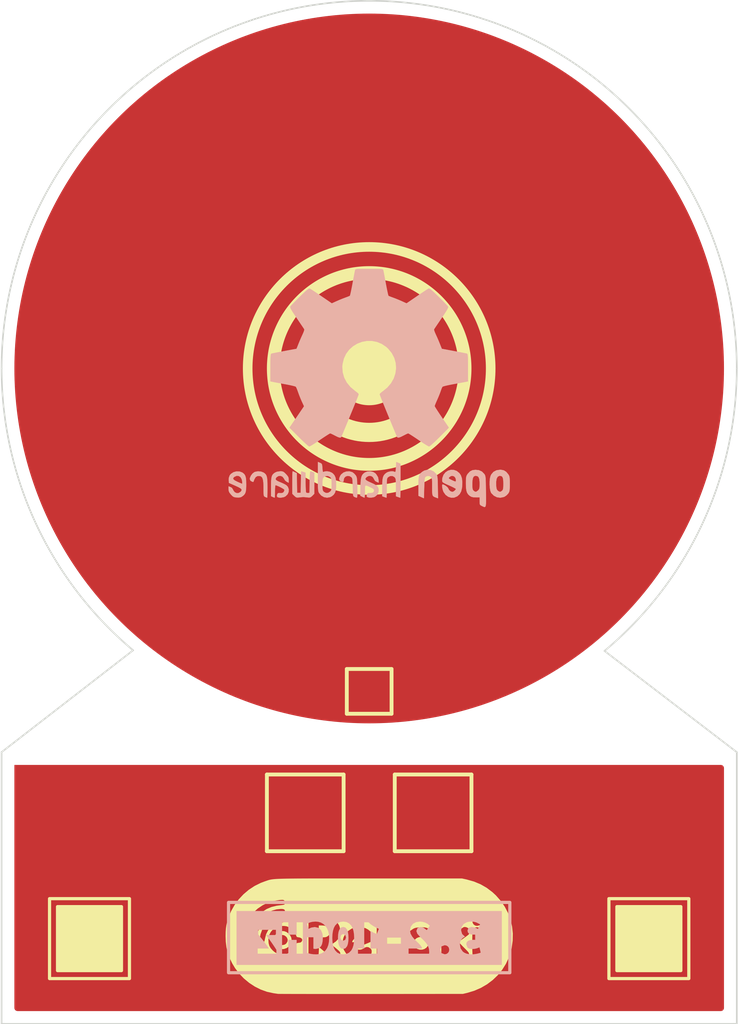
<source format=kicad_pcb>
(kicad_pcb (version 20240108) (generator "pcbnew") (generator_version "8.0")
  (layers (0 "F.Cu" signal) (31 "B.Cu" signal) (34 "B.Paste" user) (35 "F.Paste" user) (36 "B.SilkS" user "B.Silkscreen") (37 "F.SilkS" user "F.Silkscreen") (38 "B.Mask" user) (39 "F.Mask" user) (44 "Edge.Cuts" user))
  (net 0 "")
  (net 1 "GND")
  (net 2 "/sig")
  (footprint "TestPoint:TestPoint_Pad_2.0x2.0mm" (layer "F.Cu") (at 99.5 95.4)
    (property "Reference" "TP1" (hide yes))
    (property "Value" "TestPoint" (hide yes))
    (pad "1" smd rect (at 0 0) (size 2 2) (layers "F.Cu" "F.Mask") (net 1 "GND"))
  )
  (footprint "TestPoint:TestPoint_Pad_2.0x2.0mm" (layer "F.Cu") (at 103.5 95.4)
    (property "Reference" "TP2" (hide yes))
    (property "Value" "TestPoint" (hide yes))
    (pad "1" smd rect (at 0 0) (size 2 2) (layers "F.Cu" "F.Mask") (net 1 "GND"))
  )
  (footprint "TestPoint:TestPoint_Pad_1.0x1.0mm" (layer "F.Cu") (at 101.5 91.6)
    (property "Reference" "TP3" (hide yes))
    (property "Value" "TestPoint" (hide yes))
    (pad "1" smd rect (at 0 0) (size 1 1) (layers "F.Cu" "F.Mask") (net 2 "/sig"))
  )
  (footprint "LOGO" (layer "F.Cu") (at 101.5 99.25)
    (property "Reference" "G***" (hide yes))
    (property "Value" "LOGO" (hide yes))
  )
  (footprint "kibuzzard-66101274" (layer "B.Cu") (at 101.5 99.312641 180)
    (property "Reference" "kibuzzard-66101274" (hide yes))
    (property "Value" "G***" (hide yes))
  )
  (footprint "Symbol:OSHW-Logo2_9.8x8mm_SilkScreen" (layer "B.Cu") (at 101.5 82.1 180)
    (property "Reference" "REF**" (hide yes))
    (property "Value" "OSHW-Logo2_9.8x8mm_SilkScreen" (hide yes))
  )
  (gr_circle (center 101.5 81.5) (end 112.5 81.5) (stroke (width 0.2)) (fill solid) (layer "F.Cu") (net 2))
  (gr_rect (start 90.5 94) (end 112.5 101.5) (stroke (width 0.2)) (fill solid) (layer "F.Cu") (net 1))
  (gr_rect (start 97.1 98.2) (end 105.9 100.4) (stroke (width 0.1)) (fill none) (layer "B.SilkS"))
  (gr_circle (center 101.5 81.5) (end 103.5 81.5) (stroke (width 0.6)) (fill none) (layer "F.SilkS"))
  (gr_circle (center 101.5 81.5) (end 105.3 81.6) (stroke (width 0.3)) (fill none) (layer "F.SilkS"))
  (gr_rect (start 109 98.083086) (end 111.5 100.583086) (stroke (width 0.1)) (fill none) (layer "F.SilkS"))
  (gr_circle (center 101.5 81.5) (end 104.5 81.5) (stroke (width 0.4)) (fill none) (layer "F.SilkS"))
  (gr_rect (start 109.25 98.333086) (end 111.25 100.333086) (stroke (width 0.1)) (fill solid) (layer "F.SilkS"))
  (gr_rect (start 91.75 98.333086) (end 93.75 100.333086) (stroke (width 0.1)) (fill solid) (layer "F.SilkS"))
  (gr_circle (center 101.5 81.5) (end 102.6 81.5) (stroke (width 0.1)) (fill solid) (layer "F.SilkS"))
  (gr_rect (start 91.5 98.083086) (end 94 100.583086) (stroke (width 0.1)) (fill none) (layer "F.SilkS"))
  (gr_line (start 90 93.5) (end 94.114472 90.314986) (stroke (width 0.05)) (layer "Edge.Cuts"))
  (gr_line (start 113 93.5) (end 113 102) (stroke (width 0.05)) (layer "Edge.Cuts"))
  (gr_arc (start 90 81.5) (mid 101.5 70) (end 113 81.5) (stroke (width 0.05)) (layer "Edge.Cuts"))
  (gr_arc (start 94.114472 90.314986) (mid 91.079262 86.363971) (end 90 81.5) (stroke (width 0.05)) (layer "Edge.Cuts"))
  (gr_line (start 90 102) (end 90 93.5) (stroke (width 0.05)) (layer "Edge.Cuts"))
  (gr_line (start 108.862121 90.334545) (end 113 93.5) (stroke (width 0.05)) (layer "Edge.Cuts"))
  (gr_arc (start 113 81.5) (mid 111.914278 86.377787) (end 108.862121 90.334545) (stroke (width 0.05)) (layer "Edge.Cuts"))
  (gr_line (start 113 102) (end 90 102) (stroke (width 0.05)) (layer "Edge.Cuts"))
)
</source>
